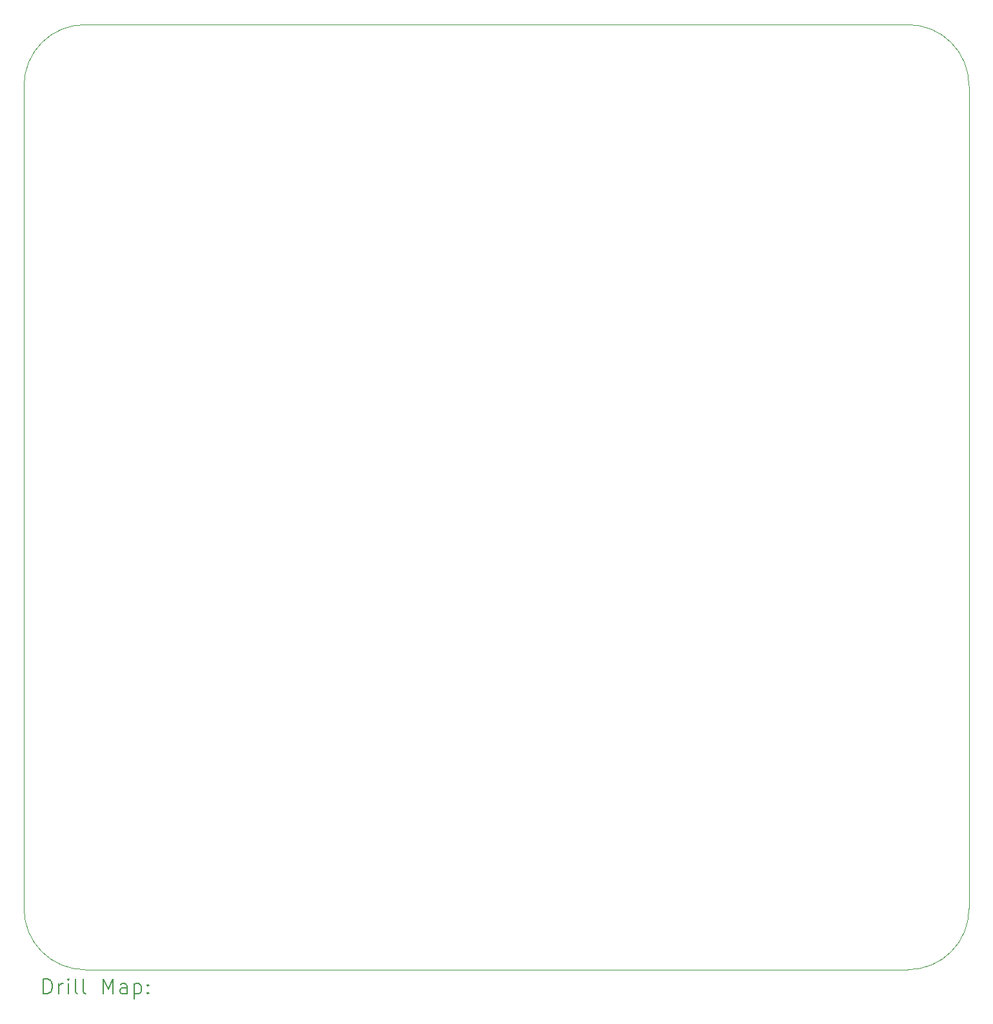
<source format=gbr>
%TF.GenerationSoftware,KiCad,Pcbnew,8.0.5*%
%TF.CreationDate,2024-11-07T20:20:23-05:00*%
%TF.ProjectId,huxley-rounded,6875786c-6579-42d7-926f-756e6465642e,rev?*%
%TF.SameCoordinates,Original*%
%TF.FileFunction,Drillmap*%
%TF.FilePolarity,Positive*%
%FSLAX45Y45*%
G04 Gerber Fmt 4.5, Leading zero omitted, Abs format (unit mm)*
G04 Created by KiCad (PCBNEW 8.0.5) date 2024-11-07 20:20:23*
%MOMM*%
%LPD*%
G01*
G04 APERTURE LIST*
%ADD10C,0.100000*%
%ADD11C,0.200000*%
G04 APERTURE END LIST*
D10*
X15900000Y-4500000D02*
G75*
G02*
X16700000Y-5300000I0J-800000D01*
G01*
X15900000Y-16900000D02*
X5100000Y-16900000D01*
X5100000Y-16900000D02*
G75*
G02*
X4300000Y-16100000I0J800000D01*
G01*
X16700000Y-16100000D02*
G75*
G02*
X15900000Y-16900000I-800000J0D01*
G01*
X4300000Y-16100000D02*
X4300000Y-5300000D01*
X5100000Y-4500000D02*
X15900000Y-4500000D01*
X16700000Y-5300000D02*
X16700000Y-16100000D01*
X4300000Y-5300000D02*
G75*
G02*
X5100000Y-4500000I800000J0D01*
G01*
D11*
X4555777Y-17216484D02*
X4555777Y-17016484D01*
X4555777Y-17016484D02*
X4603396Y-17016484D01*
X4603396Y-17016484D02*
X4631967Y-17026008D01*
X4631967Y-17026008D02*
X4651015Y-17045055D01*
X4651015Y-17045055D02*
X4660539Y-17064103D01*
X4660539Y-17064103D02*
X4670063Y-17102198D01*
X4670063Y-17102198D02*
X4670063Y-17130770D01*
X4670063Y-17130770D02*
X4660539Y-17168865D01*
X4660539Y-17168865D02*
X4651015Y-17187912D01*
X4651015Y-17187912D02*
X4631967Y-17206960D01*
X4631967Y-17206960D02*
X4603396Y-17216484D01*
X4603396Y-17216484D02*
X4555777Y-17216484D01*
X4755777Y-17216484D02*
X4755777Y-17083150D01*
X4755777Y-17121246D02*
X4765301Y-17102198D01*
X4765301Y-17102198D02*
X4774824Y-17092674D01*
X4774824Y-17092674D02*
X4793872Y-17083150D01*
X4793872Y-17083150D02*
X4812920Y-17083150D01*
X4879586Y-17216484D02*
X4879586Y-17083150D01*
X4879586Y-17016484D02*
X4870063Y-17026008D01*
X4870063Y-17026008D02*
X4879586Y-17035531D01*
X4879586Y-17035531D02*
X4889110Y-17026008D01*
X4889110Y-17026008D02*
X4879586Y-17016484D01*
X4879586Y-17016484D02*
X4879586Y-17035531D01*
X5003396Y-17216484D02*
X4984348Y-17206960D01*
X4984348Y-17206960D02*
X4974824Y-17187912D01*
X4974824Y-17187912D02*
X4974824Y-17016484D01*
X5108158Y-17216484D02*
X5089110Y-17206960D01*
X5089110Y-17206960D02*
X5079586Y-17187912D01*
X5079586Y-17187912D02*
X5079586Y-17016484D01*
X5336729Y-17216484D02*
X5336729Y-17016484D01*
X5336729Y-17016484D02*
X5403396Y-17159341D01*
X5403396Y-17159341D02*
X5470063Y-17016484D01*
X5470063Y-17016484D02*
X5470063Y-17216484D01*
X5651015Y-17216484D02*
X5651015Y-17111722D01*
X5651015Y-17111722D02*
X5641491Y-17092674D01*
X5641491Y-17092674D02*
X5622443Y-17083150D01*
X5622443Y-17083150D02*
X5584348Y-17083150D01*
X5584348Y-17083150D02*
X5565301Y-17092674D01*
X5651015Y-17206960D02*
X5631967Y-17216484D01*
X5631967Y-17216484D02*
X5584348Y-17216484D01*
X5584348Y-17216484D02*
X5565301Y-17206960D01*
X5565301Y-17206960D02*
X5555777Y-17187912D01*
X5555777Y-17187912D02*
X5555777Y-17168865D01*
X5555777Y-17168865D02*
X5565301Y-17149817D01*
X5565301Y-17149817D02*
X5584348Y-17140293D01*
X5584348Y-17140293D02*
X5631967Y-17140293D01*
X5631967Y-17140293D02*
X5651015Y-17130770D01*
X5746253Y-17083150D02*
X5746253Y-17283150D01*
X5746253Y-17092674D02*
X5765301Y-17083150D01*
X5765301Y-17083150D02*
X5803396Y-17083150D01*
X5803396Y-17083150D02*
X5822443Y-17092674D01*
X5822443Y-17092674D02*
X5831967Y-17102198D01*
X5831967Y-17102198D02*
X5841491Y-17121246D01*
X5841491Y-17121246D02*
X5841491Y-17178389D01*
X5841491Y-17178389D02*
X5831967Y-17197436D01*
X5831967Y-17197436D02*
X5822443Y-17206960D01*
X5822443Y-17206960D02*
X5803396Y-17216484D01*
X5803396Y-17216484D02*
X5765301Y-17216484D01*
X5765301Y-17216484D02*
X5746253Y-17206960D01*
X5927205Y-17197436D02*
X5936729Y-17206960D01*
X5936729Y-17206960D02*
X5927205Y-17216484D01*
X5927205Y-17216484D02*
X5917682Y-17206960D01*
X5917682Y-17206960D02*
X5927205Y-17197436D01*
X5927205Y-17197436D02*
X5927205Y-17216484D01*
X5927205Y-17092674D02*
X5936729Y-17102198D01*
X5936729Y-17102198D02*
X5927205Y-17111722D01*
X5927205Y-17111722D02*
X5917682Y-17102198D01*
X5917682Y-17102198D02*
X5927205Y-17092674D01*
X5927205Y-17092674D02*
X5927205Y-17111722D01*
M02*

</source>
